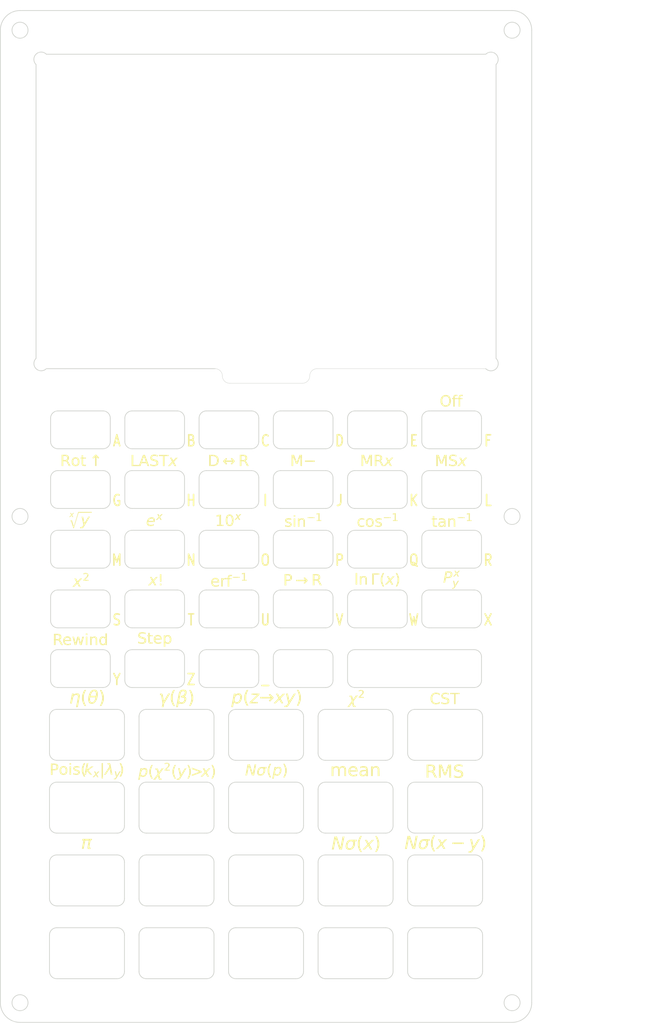
<source format=kicad_pcb>
(kicad_pcb (version 20241229) (generator "pcbnew") (generator_version "9.0")
  (layers (0 "F.Cu" signal) (2 "B.Cu" signal) (13 "F.Paste" user) (15 "B.Paste" user) (5 "F.SilkS" user "F.Silkscreen") (7 "B.SilkS" user "B.Silkscreen") (1 "F.Mask" user) (3 "B.Mask" user) (25 "Edge.Cuts" user))
  (net 0 "")
  (footprint "latex_text" (layer "F.Cu") (at 71.4 110)
    (property "Reference" "latex_text" (hide yes))
    (property "Value" "G***" (hide yes))
  )
  (footprint "latex_text" (layer "F.Cu") (at 102 93.6)
    (property "Reference" "latex_text" (hide yes))
    (property "Value" "G***" (hide yes))
  )
  (footprint "latex_text" (layer "F.Cu") (at 51 110)
    (property "Reference" "latex_text" (hide yes))
    (property "Value" "G***" (hide yes))
  )
  (footprint "latex_text" (layer "F.Cu") (at 91.8 101.8)
    (property "Reference" "latex_text" (hide yes))
    (property "Value" "G***" (hide yes))
  )
  (footprint "latex_text" (layer "F.Cu") (at 101.1 144.5)
    (property "Reference" "latex_text" (hide yes))
    (property "Value" "G***" (hide yes))
  )
  (footprint "latex_text" (layer "F.Cu") (at 101.1 134.5)
    (property "Reference" "latex_text" (hide yes))
    (property "Value" "G***" (hide yes))
  )
  (footprint "latex_text" (layer "F.Cu") (at 76.5 144.5)
    (property "Reference" "latex_text" (hide yes))
    (property "Value" "G***" (hide yes))
  )
  (footprint "latex_text" (layer "F.Cu") (at 102 110)
    (property "Reference" "latex_text" (hide yes))
    (property "Value" "G***" (hide yes))
  )
  (footprint "latex_text" (layer "F.Cu") (at 51 126.4)
    (property "Reference" "latex_text" (hide yes))
    (property "Value" "G***" (hide yes))
  )
  (footprint "latex_text" (layer "F.Cu") (at 51.9 154.5)
    (property "Reference" "latex_text" (hide yes))
    (property "Value" "G***" (hide yes))
  )
  (footprint "latex_text" (layer "F.Cu") (at 81.6 110)
    (property "Reference" "latex_text" (hide yes))
    (property "Value" "G***" (hide yes))
  )
  (footprint "latex_text" (layer "F.Cu") (at 102 101.8)
    (property "Reference" "latex_text" (hide yes))
    (property "Value" "G***" (hide yes))
  )
  (footprint "latex_text" (layer "F.Cu") (at 51 118.2)
    (property "Reference" "latex_text" (hide yes))
    (property "Value" "G***" (hide yes))
  )
  (footprint "latex_text" (layer "F.Cu") (at 101.1 154.5)
    (property "Reference" "latex_text" (hide yes))
    (property "Value" "G***" (hide yes))
  )
  (footprint "latex_text" (layer "F.Cu") (at 102 118.2)
    (property "Reference" "latex_text" (hide yes))
    (property "Value" "G***" (hide yes))
  )
  (footprint "latex_text" (layer "F.Cu") (at 81.6 118.2)
    (property "Reference" "latex_text" (hide yes))
    (property "Value" "G***" (hide yes))
  )
  (footprint "latex_text" (layer "F.Cu") (at 64.2 134.5)
    (property "Reference" "latex_text" (hide yes))
    (property "Value" "G***" (hide yes))
  )
  (footprint "latex_text" (layer "F.Cu") (at 51 101.8)
    (property "Reference" "latex_text" (hide yes))
    (property "Value" "G***" (hide yes))
  )
  (footprint "latex_text" (layer "F.Cu") (at 91.8 118.2)
    (property "Reference" "latex_text" (hide yes))
    (property "Value" "G***" (hide yes))
  )
  (footprint "latex_text" (layer "F.Cu") (at 61.2 118.2)
    (property "Reference" "latex_text" (hide yes))
    (property "Value" "G***" (hide yes))
  )
  (footprint "latex_text" (layer "F.Cu") (at 71.4 118.2)
    (property "Reference" "latex_text" (hide yes))
    (property "Value" "G***" (hide yes))
  )
  (footprint "latex_text" (layer "F.Cu") (at 51.9 134.5)
    (property "Reference" "latex_text" (hide yes))
    (property "Value" "G***" (hide yes))
  )
  (footprint "latex_text" (layer "F.Cu") (at 61.2 126.4)
    (property "Reference" "latex_text" (hide yes))
    (property "Value" "G***" (hide yes))
  )
  (footprint "latex_text" (layer "F.Cu") (at 88.8 154.5)
    (property "Reference" "latex_text" (hide yes))
    (property "Value" "G***" (hide yes))
  )
  (footprint "latex_text" (layer "F.Cu") (at 64.2 144.5)
    (property "Reference" "latex_text" (hide yes))
    (property "Value" "G***" (hide yes))
  )
  (footprint "latex_text" (layer "F.Cu") (at 76.5 134.5)
    (property "Reference" "latex_text" (hide yes))
    (property "Value" "G***" (hide yes))
  )
  (footprint "latex_text" (layer "F.Cu") (at 51.9 144.5)
    (property "Reference" "latex_text" (hide yes))
    (property "Value" "G***" (hide yes))
  )
  (footprint "latex_text" (layer "F.Cu") (at 71.4 101.8)
    (property "Reference" "latex_text" (hide yes))
    (property "Value" "G***" (hide yes))
  )
  (footprint "latex_text" (layer "F.Cu") (at 88.8 134.5)
    (property "Reference" "latex_text" (hide yes))
    (property "Value" "G***" (hide yes))
  )
  (footprint "latex_text" (layer "F.Cu") (at 61.2 110)
    (property "Reference" "latex_text" (hide yes))
    (property "Value" "G***" (hide yes))
  )
  (footprint "latex_text" (layer "F.Cu") (at 81.6 101.8)
    (property "Reference" "latex_text" (hide yes))
    (property "Value" "G***" (hide yes))
  )
  (footprint "latex_text" (layer "F.Cu") (at 91.8 110)
    (property "Reference" "latex_text" (hide yes))
    (property "Value" "G***" (hide yes))
  )
  (footprint "latex_text" (layer "F.Cu") (at 61.2 101.8)
    (property "Reference" "latex_text" (hide yes))
    (property "Value" "G***" (hide yes))
  )
  (footprint "latex_text" (layer "F.Cu") (at 88.8 144.5)
    (property "Reference" "latex_text" (hide yes))
    (property "Value" "G***" (hide yes))
  )
  (gr_arc (start 105.1 127.8) (mid 105.807107 128.092893) (end 106.1 128.8) (stroke (width 0.1)) (layer "Edge.Cuts"))
  (gr_line (start 106.25 157) (end 106.25 162) (stroke (width 0.1)) (layer "Edge.Cuts"))
  (gr_line (start 106.25 167) (end 106.25 172) (stroke (width 0.1)) (layer "Edge.Cuts"))
  (gr_line (start 58.100001 95) (end 64.299999 95) (stroke (width 0.1)) (layer "Edge.Cuts"))
  (gr_line (start 60.05 136) (end 68.35 136) (stroke (width 0.1)) (layer "Edge.Cuts"))
  (gr_line (start 105.099999 116.6) (end 98.900001 116.6) (stroke (width 0.1)) (layer "Edge.Cuts"))
  (gr_line (start 78.500001 119.6) (end 84.699999 119.6) (stroke (width 0.1)) (layer "Edge.Cuts"))
  (gr_arc (start 106.25 142) (mid 105.957107 142.707107) (end 105.25 143) (stroke (width 0.1)) (layer "Edge.Cuts"))
  (gr_arc (start 82.5 90.2) (mid 82.792893 89.492893) (end 83.5 89.2) (stroke (width 0.05)) (layer "Edge.Cuts"))
  (gr_line (start 68.300001 119.6) (end 74.499999 119.6) (stroke (width 0.1)) (layer "Edge.Cuts"))
  (gr_line (start 97.900001 99.2) (end 97.900001 96) (stroke (width 0.1)) (layer "Edge.Cuts"))
  (gr_line (start 47.900001 103.2) (end 54.099999 103.2) (stroke (width 0.1)) (layer "Edge.Cuts"))
  (gr_arc (start 59.05 157) (mid 59.342893 156.292893) (end 60.05 156) (stroke (width 0.1)) (layer "Edge.Cuts"))
  (gr_line (start 47.900001 119.6) (end 54.099999 119.6) (stroke (width 0.1)) (layer "Edge.Cuts"))
  (gr_arc (start 78.500001 124.8) (mid 77.792894 124.507107) (end 77.500001 123.8) (stroke (width 0.1)) (layer "Edge.Cuts"))
  (gr_line (start 75.499999 96) (end 75.499999 99.2) (stroke (width 0.1)) (layer "Edge.Cuts"))
  (gr_line (start 75.499999 128.8) (end 75.499999 132) (stroke (width 0.1)) (layer "Edge.Cuts"))
  (gr_arc (start 67.300001 112.4) (mid 67.592894 111.692893) (end 68.300001 111.4) (stroke (width 0.1)) (layer "Edge.Cuts"))
  (gr_arc (start 94.899999 111.4) (mid 95.607106 111.692893) (end 95.899999 112.4) (stroke (width 0.1)) (layer "Edge.Cuts"))
  (gr_line (start 87.7 132) (end 87.7 128.8) (stroke (width 0.1)) (layer "Edge.Cuts"))
  (gr_arc (start 78.500001 133) (mid 77.792894 132.707107) (end 77.500001 132) (stroke (width 0.1)) (layer "Edge.Cuts"))
  (gr_circle (center 42.7 109.5) (end 42.7 110.6) (stroke (width 0.1)) (fill no) (layer "Edge.Cuts"))
  (gr_arc (start 83.65 147) (mid 83.942893 146.292893) (end 84.65 146) (stroke (width 0.1)) (layer "Edge.Cuts"))
  (gr_line (start 85.699999 96) (end 85.699999 99.2) (stroke (width 0.1)) (layer "Edge.Cuts"))
  (gr_arc (start 59.05 147) (mid 59.342893 146.292893) (end 60.05 146) (stroke (width 0.1)) (layer "Edge.Cuts"))
  (gr_arc (start 84.65 163) (mid 83.942893 162.707107) (end 83.65 162) (stroke (width 0.1)) (layer "Edge.Cuts"))
  (gr_line (start 78.500001 103.2) (end 84.699999 103.2) (stroke (width 0.1)) (layer "Edge.Cuts"))
  (gr_line (start 55.099999 120.6) (end 55.099999 123.8) (stroke (width 0.1)) (layer "Edge.Cuts"))
  (gr_line (start 92.95 173) (end 84.65 173) (stroke (width 0.1)) (layer "Edge.Cuts"))
  (gr_arc (start 65.299999 115.6) (mid 65.007106 116.307107) (end 64.299999 116.6) (stroke (width 0.1)) (layer "Edge.Cuts"))
  (gr_arc (start 67.300001 128.8) (mid 67.592894 128.092893) (end 68.300001 127.8) (stroke (width 0.1)) (layer "Edge.Cuts"))
  (gr_arc (start 97.900001 120.6) (mid 98.192894 119.892893) (end 98.900001 119.6) (stroke (width 0.1)) (layer "Edge.Cuts"))
  (gr_arc (start 97.900001 96) (mid 98.192894 95.292893) (end 98.900001 95) (stroke (width 0.1)) (layer "Edge.Cuts"))
  (gr_arc (start 64.299999 111.4) (mid 65.007106 111.692893) (end 65.299999 112.4) (stroke (width 0.1)) (layer "Edge.Cuts"))
  (gr_arc (start 68.35 146) (mid 69.057107 146.292893) (end 69.35 147) (stroke (width 0.1)) (layer "Edge.Cuts"))
  (gr_arc (start 74.499999 103.2) (mid 75.207106 103.492893) (end 75.499999 104.2) (stroke (width 0.1)) (layer "Edge.Cuts"))
  (gr_arc (start 64.299999 103.2) (mid 65.007106 103.492893) (end 65.299999 104.2) (stroke (width 0.1)) (layer "Edge.Cuts"))
  (gr_arc (start 58.100001 100.2) (mid 57.392894 99.907107) (end 57.100001 99.2) (stroke (width 0.1)) (layer "Edge.Cuts"))
  (gr_arc (start 65.299999 107.4) (mid 65.007106 108.107107) (end 64.299999 108.4) (stroke (width 0.1)) (layer "Edge.Cuts"))
  (gr_arc (start 93.95 152) (mid 93.657107 152.707107) (end 92.95 153) (stroke (width 0.1)) (layer "Edge.Cuts"))
  (gr_line (start 74.499999 116.6) (end 68.300001 116.6) (stroke (width 0.1)) (layer "Edge.Cuts"))
  (gr_arc (start 96.95 143) (mid 96.242893 142.707107) (end 95.95 142) (stroke (width 0.1)) (layer "Edge.Cuts"))
  (gr_arc (start 95.95 167) (mid 96.242893 166.292893) (end 96.95 166) (stroke (width 0.1)) (layer "Edge.Cuts"))
  (gr_line (start 84.65 156) (end 92.95 156) (stroke (width 0.1)) (layer "Edge.Cuts"))
  (gr_arc (start 55.099999 115.6) (mid 54.807106 116.307107) (end 54.099999 116.6) (stroke (width 0.1)) (layer "Edge.Cuts"))
  (gr_arc (start 96.95 173) (mid 96.242893 172.707107) (end 95.95 172) (stroke (width 0.1)) (layer "Edge.Cuts"))
  (gr_line (start 57.05 157) (end 57.05 162) (stroke (width 0.1)) (layer "Edge.Cuts"))
  (gr_arc (start 60.05 173) (mid 59.342893 172.707107) (end 59.05 172) (stroke (width 0.1)) (layer "Edge.Cuts"))
  (gr_line (start 95.899999 104.2) (end 95.899999 107.4) (stroke (width 0.1)) (layer "Edge.Cuts"))
  (gr_arc (start 55.099999 99.2) (mid 54.807106 99.907107) (end 54.099999 100.2) (stroke (width 0.1)) (layer "Edge.Cuts"))
  (gr_line (start 106.099999 112.4) (end 106.099999 115.6) (stroke (width 0.1)) (layer "Edge.Cuts"))
  (gr_line (start 74.499999 108.4) (end 68.300001 108.4) (stroke (width 0.1)) (layer "Edge.Cuts"))
  (gr_line (start 54.099999 133) (end 47.900001 133) (stroke (width 0.1)) (layer "Edge.Cuts"))
  (gr_arc (start 78.500001 116.6) (mid 77.792894 116.307107) (end 77.500001 115.6) (stroke (width 0.1)) (layer "Edge.Cuts"))
  (gr_arc (start 57.100001 128.8) (mid 57.392894 128.092893) (end 58.100001 127.8) (stroke (width 0.1)) (layer "Edge.Cuts"))
  (gr_line (start 106.1 128.8) (end 106.1 132) (stroke (width 0.1)) (layer "Edge.Cuts"))
  (gr_line (start 58.100001 127.8) (end 64.299999 127.8) (stroke (width 0.1)) (layer "Edge.Cuts"))
  (gr_line (start 113 42.7) (end 113 176.3) (stroke (width 0.1)) (layer "Edge.Cuts"))
  (gr_line (start 84.699999 100.2) (end 78.500001 100.2) (stroke (width 0.1)) (layer "Edge.Cuts"))
  (gr_line (start 78.500001 111.4) (end 84.699999 111.4) (stroke (width 0.1)) (layer "Edge.Cuts"))
  (gr_arc (start 92.95 146) (mid 93.657107 146.292893) (end 93.95 147) (stroke (width 0.1)) (layer "Edge.Cuts"))
  (gr_line (start 54.099999 108.4) (end 47.900001 108.4) (stroke (width 0.1)) (layer "Edge.Cuts"))
  (gr_line (start 105.25 143) (end 96.95 143) (stroke (width 0.1)) (layer "Edge.Cuts"))
  (gr_arc (start 69.35 162) (mid 69.057107 162.707107) (end 68.35 163) (stroke (width 0.1)) (layer "Edge.Cuts"))
  (gr_arc (start 75.499999 132) (mid 75.207106 132.707107) (end 74.499999 133) (stroke (width 0.1)) (layer "Edge.Cuts"))
  (gr_arc (start 54.099999 111.4) (mid 54.807106 111.692893) (end 55.099999 112.4) (stroke (width 0.1)) (layer "Edge.Cuts"))
  (gr_line (start 59.05 172) (end 59.05 167) (stroke (width 0.1)) (layer "Edge.Cuts"))
  (gr_arc (start 81.65 172) (mid 81.357107 172.707107) (end 80.65 173) (stroke (width 0.1)) (layer "Edge.Cuts"))
  (gr_arc (start 84.65 143) (mid 83.942893 142.707107) (end 83.65 142) (stroke (width 0.1)) (layer "Edge.Cuts"))
  (gr_line (start 94.899999 124.8) (end 88.700001 124.8) (stroke (width 0.1)) (layer "Edge.Cuts"))
  (gr_line (start 72.35 156) (end 80.65 156) (stroke (width 0.1)) (layer "Edge.Cuts"))
  (gr_arc (start 46.900001 96) (mid 47.192894 95.292893) (end 47.900001 95) (stroke (width 0.1)) (layer "Edge.Cuts"))
  (gr_line (start 95.899999 96) (end 95.899999 99.2) (stroke (width 0.1)) (layer "Edge.Cuts"))
  (gr_arc (start 84.699999 119.6) (mid 85.407106 119.892893) (end 85.699999 120.6) (stroke (width 0.1)) (layer "Edge.Cuts"))
  (gr_line (start 68.35 143) (end 60.05 143) (stroke (width 0.1)) (layer "Edge.Cuts"))
  (gr_line (start 106.099999 104.2) (end 106.099999 107.4) (stroke (width 0.1)) (layer "Edge.Cuts"))
  (gr_line (start 69.5 89.2) (end 46.314212 89.2) (stroke (width 0.1)) (layer "Edge.Cuts"))
  (gr_line (start 47.900001 95) (end 54.099999 95) (stroke (width 0.1)) (layer "Edge.Cuts"))
  (gr_arc (start 83.65 167) (mid 83.942893 166.292893) (end 84.65 166) (stroke (width 0.1)) (layer "Edge.Cuts"))
  (gr_line (start 105.099999 124.8) (end 98.900001 124.8) (stroke (width 0.1)) (layer "Edge.Cuts"))
  (gr_line (start 85.699999 104.2) (end 85.699999 107.4) (stroke (width 0.1)) (layer "Edge.Cuts"))
  (gr_line (start 106.099999 96) (end 106.099999 99.2) (stroke (width 0.1)) (layer "Edge.Cuts"))
  (gr_line (start 68.300001 111.4) (end 74.499999 111.4) (stroke (width 0.1)) (layer "Edge.Cuts"))
  (gr_arc (start 58.100001 116.6) (mid 57.392894 116.307107) (end 57.100001 115.6) (stroke (width 0.1)) (layer "Edge.Cuts"))
  (gr_arc (start 65.299999 132) (mid 65.007106 132.707107) (end 64.299999 133) (stroke (width 0.1)) (layer "Edge.Cuts"))
  (gr_arc (start 77.500001 120.6) (mid 77.792894 119.892893) (end 78.500001 119.6) (stroke (width 0.1)) (layer "Edge.Cuts"))
  (gr_line (start 80.65 153) (end 72.35 153) (stroke (width 0.1)) (layer "Edge.Cuts"))
  (gr_circle (center 110.3 176.3) (end 110.3 177.4) (stroke (width 0.1)) (fill no) (layer "Edge.Cuts"))
  (gr_arc (start 96.95 163) (mid 96.242893 162.707107) (end 95.95 162) (stroke (width 0.1)) (layer "Edge.Cuts"))
  (gr_line (start 97.900001 123.8) (end 97.900001 120.6) (stroke (width 0.1)) (layer "Edge.Cuts"))
  (gr_arc (start 88.700001 124.8) (mid 87.992894 124.507107) (end 87.700001 123.8) (stroke (width 0.1)) (layer "Edge.Cuts"))
  (gr_arc (start 105.099999 111.4) (mid 105.807106 111.692893) (end 106.099999 112.4) (stroke (width 0.1)) (layer "Edge.Cuts"))
  (gr_line (start 71.35 162) (end 71.35 157) (stroke (width 0.1)) (layer "Edge.Cuts"))
  (gr_line (start 84.65 136) (end 92.95 136) (stroke (width 0.1)) (layer "Edge.Cuts"))
  (gr_line (start 64.299999 133) (end 58.100001 133) (stroke (width 0.1)) (layer "Edge.Cuts"))
  (gr_line (start 93.95 157) (end 93.95 162) (stroke (width 0.1)) (layer "Edge.Cuts"))
  (gr_arc (start 46.75 157) (mid 47.042893 156.292893) (end 47.75 156) (stroke (width 0.1)) (layer "Edge.Cuts"))
  (gr_line (start 64.299999 116.6) (end 58.100001 116.6) (stroke (width 0.1)) (layer "Edge.Cuts"))
  (gr_line (start 83.65 162) (end 83.65 157) (stroke (width 0.1)) (layer "Edge.Cuts"))
  (gr_arc (start 59.05 167) (mid 59.342893 166.292893) (end 60.05 166) (stroke (width 0.1)) (layer "Edge.Cuts"))
  (gr_arc (start 84.699999 95) (mid 85.407106 95.292893) (end 85.699999 96) (stroke (width 0.1)) (layer "Edge.Cuts"))
  (gr_line (start 80.65 173) (end 72.35 173) (stroke (width 0.1)) (layer "Edge.Cuts"))
  (gr_arc (start 87.7 128.8) (mid 87.992893 128.092893) (end 88.7 127.8) (stroke (width 0.1)) (layer "Edge.Cuts"))
  (gr_arc (start 57.05 162) (mid 56.757107 162.707107) (end 56.05 163) (stroke (width 0.1)) (layer "Edge.Cuts"))
  (gr_arc (start 98.900001 124.8) (mid 98.192894 124.507107) (end 97.900001 123.8) (stroke (width 0.1)) (layer "Edge.Cuts"))
  (gr_line (start 75.499999 120.6) (end 75.499999 123.8) (stroke (width 0.1)) (layer "Edge.Cuts"))
  (gr_line (start 88.7 127.8) (end 105.1 127.8) (stroke (width 0.1)) (layer "Edge.Cuts"))
  (gr_arc (start 75.499999 115.6) (mid 75.207106 116.307107) (end 74.499999 116.6) (stroke (width 0.1)) (layer "Edge.Cuts"))
  (gr_circle (center 110.3 42.7) (end 110.3 43.8) (stroke (width 0.1)) (fill no) (layer "Edge.Cuts"))
  (gr_arc (start 88.7 133) (mid 87.992893 132.707107) (end 87.7 132) (stroke (width 0.1)) (layer "Edge.Cuts"))
  (gr_line (start 57.05 167) (end 57.05 172) (stroke (width 0.1)) (layer "Edge.Cuts"))
  (gr_arc (start 46.900001 104.2) (mid 47.192894 103.492893) (end 47.900001 103.2) (stroke (width 0.1)) (layer "Edge.Cuts"))
  (gr_arc (start 105.099999 95) (mid 105.807106 95.292893) (end 106.099999 96) (stroke (width 0.1)) (layer "Edge.Cuts"))
  (gr_arc (start 88.700001 108.4) (mid 87.992894 108.107107) (end 87.700001 107.4) (stroke (width 0.1)) (layer "Edge.Cuts"))
  (gr_arc (start 72.35 143) (mid 71.642893 142.707107) (end 71.35 142) (stroke (width 0.1)) (layer "Edge.Cuts"))
  (gr_line (start 46.75 172) (end 46.75 167) (stroke (width 0.1)) (layer "Edge.Cuts"))
  (gr_arc (start 55.099999 123.8) (mid 54.807106 124.507107) (end 54.099999 124.8) (stroke (width 0.1)) (layer "Edge.Cuts"))
  (gr_arc (start 108.1 87.785787) (mid 108.100001 89.2) (end 106.685788 89.200001) (stroke (width 0.1)) (layer "Edge.Cuts"))
  (gr_line (start 42.7 40) (end 110.3 40) (stroke (width 0.1)) (layer "Edge.Cuts"))
  (gr_arc (start 58.100001 124.8) (mid 57.392894 124.507107) (end 57.100001 123.8) (stroke (width 0.1)) (layer "Edge.Cuts"))
  (gr_line (start 105.25 173) (end 96.95 173) (stroke (width 0.1)) (layer "Edge.Cuts"))
  (gr_arc (start 69.35 172) (mid 69.057107 172.707107) (end 68.35 173) (stroke (width 0.1)) (layer "Edge.Cuts"))
  (gr_line (start 55.099999 112.4) (end 55.099999 115.6) (stroke (width 0.1)) (layer "Edge.Cuts"))
  (gr_arc (start 74.499999 127.8) (mid 75.207106 128.092893) (end 75.499999 128.8) (stroke (width 0.1)) (layer "Edge.Cuts"))
  (gr_arc (start 85.699999 132) (mid 85.407106 132.707107) (end 84.699999 133) (stroke (width 0.1)) (layer "Edge.Cuts"))
  (gr_line (start 96.95 166) (end 105.25 166) (stroke (width 0.1)) (layer "Edge.Cuts"))
  (gr_arc (start 105.099999 103.2) (mid 105.807106 103.492893) (end 106.099999 104.2) (stroke (width 0.1)) (layer "Edge.Cuts"))
  (gr_arc (start 42.7 179) (mid 40.790812 178.209188) (end 40 176.3) (stroke (width 0.1)) (layer "Edge.Cuts"))
  (gr_line (start 81.65 167) (end 81.65 172) (stroke (width 0.1)) (layer "Edge.Cuts"))
  (gr_arc (start 46.75 137) (mid 47.042893 136.292893) (end 47.75 136) (stroke (width 0.1)) (layer "Edge.Cuts"))
  (gr_line (start 78.500001 95) (end 84.699999 95) (stroke (width 0.1)) (layer "Edge.Cuts"))
  (gr_line (start 74.499999 124.8) (end 68.300001 124.8) (stroke (width 0.1)) (layer "Edge.Cuts"))
  (gr_line (start 64.299999 100.2) (end 58.100001 100.2) (stroke (width 0.1)) (layer "Edge.Cuts"))
  (gr_arc (start 64.299999 95) (mid 65.007106 95.292893) (end 65.299999 96) (stroke (width 0.1)) (layer "Edge.Cuts"))
  (gr_line (start 93.95 167) (end 93.95 172) (stroke (width 0.1)) (layer "Edge.Cuts"))
  (gr_line (start 67.300001 99.2) (end 67.300001 96) (stroke (width 0.1)) (layer "Edge.Cuts"))
  (gr_line (start 110.3 179) (end 42.7 179) (stroke (width 0.1)) (layer "Edge.Cuts"))
  (gr_line (start 87.700001 123.8) (end 87.700001 120.6) (stroke (width 0.1)) (layer "Edge.Cuts"))
  (gr_line (start 83.65 152) (end 83.65 147) (stroke (width 0.1)) (layer "Edge.Cuts"))
  (gr_line (start 46.900001 123.8) (end 46.900001 120.6) (stroke (width 0.1)) (layer "Edge.Cuts"))
  (gr_line (start 46.900001 132) (end 46.900001 128.8) (stroke (width 0.1)) (layer "Edge.Cuts"))
  (gr_line (start 88.700001 95) (end 94.899999 95) (stroke (width 0.1)) (layer "Edge.Cuts"))
  (gr_arc (start 84.65 153) (mid 83.942893 152.707107) (end 83.65 152) (stroke (width 0.1)) (layer "Edge.Cuts"))
  (gr_arc (start 47.75 163) (mid 47.042893 162.707107) (end 46.75 162) (stroke (width 0.1)) (layer "Edge.Cuts"))
  (gr_arc (start 77.500001 112.4) (mid 77.792894 111.692893) (end 78.500001 111.4) (stroke (width 0.1)) (layer "Edge.Cuts"))
  (gr_line (start 84.699999 116.6) (end 78.500001 116.6) (stroke (width 0.1)) (layer "Edge.Cuts"))
  (gr_arc (start 92.95 156) (mid 93.657107 156.292893) (end 93.95 157) (stroke (width 0.1)) (layer "Edge.Cuts"))
  (gr_line (start 85.699999 120.6) (end 85.699999 123.8) (stroke (width 0.1)) (layer "Edge.Cuts"))
  (gr_line (start 93.95 147) (end 93.95 152) (stroke (width 0.1)) (layer "Edge.Cuts"))
  (gr_line (start 69.35 167) (end 69.35 172) (stroke (width 0.1)) (layer "Edge.Cuts"))
  (gr_line (start 58.100001 119.6) (end 64.299999 119.6) (stroke (width 0.1)) (layer "Edge.Cuts"))
  (gr_arc (start 81.65 162) (mid 81.357107 162.707107) (end 80.65 163) (stroke (width 0.1)) (layer "Edge.Cuts"))
  (gr_arc (start 98.900001 100.2) (mid 98.192894 99.907107) (end 97.900001 99.2) (stroke (width 0.1)) (layer "Edge.Cuts"))
  (gr_line (start 59.05 162) (end 59.05 157) (stroke (width 0.1)) (layer "Edge.Cuts"))
  (gr_arc (start 47.900001 100.2) (mid 47.192894 99.907107) (end 46.900001 99.2) (stroke (width 0.1)) (layer "Edge.Cuts"))
  (gr_line (start 74.499999 133) (end 68.300001 133) (stroke (width 0.1)) (layer "Edge.Cuts"))
  (gr_line (start 98.900001 103.2) (end 105.099999 103.2) (stroke (width 0.1)) (layer "Edge.Cuts"))
  (gr_line (start 47.75 136) (end 56.05 136) (stroke (width 0.1)) (layer "Edge.Cuts"))
  (gr_arc (start 77.500001 104.2) (mid 77.792894 103.492893) (end 78.500001 103.2) (stroke (width 0.1)) (layer "Edge.Cuts"))
  (gr_arc (start 92.95 166) (mid 93.657107 166.292893) (end 93.95 167) (stroke (width 0.1)) (layer "Edge.Cuts"))
  (gr_line (start 68.35 173) (end 60.05 173) (stroke (width 0.1)) (layer "Edge.Cuts"))
  (gr_arc (start 93.95 172) (mid 93.657107 172.707107) (end 92.95 173) (stroke (width 0.1)) (layer "Edge.Cuts"))
  (gr_arc (start 74.499999 95) (mid 75.207106 95.292893) (end 75.499999 96) (stroke (width 0.1)) (layer "Edge.Cuts"))
  (gr_arc (start 47.900001 116.6) (mid 47.192894 116.307107) (end 46.900001 115.6) (stroke (width 0.1)) (layer "Edge.Cuts"))
  (gr_arc (start 77.500001 128.8) (mid 77.792894 128.092893) (end 78.500001 127.8) (stroke (width 0.1)) (layer "Edge.Cuts"))
  (gr_arc (start 68.300001 108.4) (mid 67.592894 108.107107) (end 67.300001 107.4) (stroke (width 0.1)) (layer "Edge.Cuts"))
  (gr_arc (start 71.35 147) (mid 71.642893 146.292893) (end 72.35 146) (stroke (width 0.1)) (layer "Edge.Cuts"))
  (gr_arc (start 113 176.3) (mid 112.209188 178.209188) (end 110.3 179) (stroke (width 0.1)) (layer "Edge.Cuts"))
  (gr_arc (start 85.699999 115.6) (mid 85.407106 116.307107) (end 84.699999 116.6) (stroke (width 0.1)) (layer "Edge.Cuts"))
  (gr_line (start 44.9 87.785788) (end 44.9 47.414212) (stroke (width 0.1)) (layer "Edge.Cuts"))
  (gr_line (start 98.900001 119.6) (end 105.099999 119.6) (stroke (width 0.1)) (layer "Edge.Cuts"))
  (gr_arc (start 84.699999 103.2) (mid 85.407106 103.492893) (end 85.699999 104.2) (stroke (width 0.1)) (layer "Edge.Cuts"))
  (gr_arc (start 47.75 143) (mid 47.042893 142.707107) (end 46.75 142) (stroke (width 0.1)) (layer "Edge.Cuts"))
  (gr_line (start 72.35 166) (end 80.65 166) (stroke (width 0.1)) (layer "Edge.Cuts"))
  (gr_arc (start 68.300001 100.2) (mid 67.592894 99.907107) (end 67.300001 99.2) (stroke (width 0.1)) (layer "Edge.Cuts"))
  (gr_line (start 87.700001 107.4) (end 87.700001 104.2) (stroke (width 0.1)) (layer "Edge.Cuts"))
  (gr_line (start 81.65 147) (end 81.65 152) (stroke (width 0.1)) (layer "Edge.Cuts"))
  (gr_line (start 94.899999 108.4) (end 88.700001 108.4) (stroke (width 0.1)) (layer "Edge.Cuts"))
  (gr_arc (start 69.35 152) (mid 69.057107 152.707107) (end 68.35 153) (stroke (width 0.1)) (layer "Edge.Cuts"))
  (gr_arc (start 65.299999 99.2) (mid 65.007106 99.907107) (end 64.299999 100.2) (stroke (width 0.1)) (layer "Edge.Cuts"))
  (gr_arc (start 58.100001 133) (mid 57.392894 132.707107) (end 57.100001 132) (stroke (width 0.1)) (layer "Edge.Cuts"))
  (gr_line (start 95.95 142) (end 95.95 137) (stroke (width 0.1)) (layer "Edge.Cuts"))
  (gr_arc (start 106.1 132) (mid 105.807107 132.707107) (end 105.1 133) (stroke (width 0.1)) (layer "Edge.Cuts"))
  (gr_arc (start 46.75 147) (mid 47.042893 146.292893) (end 47.75 146) (stroke (width 0.1)) (layer "Edge.Cuts"))
  (gr_arc (start 72.35 163) (mid 71.642893 162.707107) (end 71.35 162) (stroke (width 0.1)) (layer "Edge.Cuts"))
  (gr_arc (start 88.700001 100.2) (mid 87.992894 99.907107) (end 87.700001 99.2) (stroke (width 0.1)) (layer "Edge.Cuts"))
  (gr_line (start 72.35 146) (end 80.65 146) (stroke (width 0.1)) (layer "Edge.Cuts"))
  (gr_arc (start 47.75 153) (mid 47.042893 152.707107) (end 46.75 152) (stroke (width 0.1)) (layer "Edge.Cuts"))
  (gr_line (start 68.35 153) (end 60.05 153) (stroke (width 0.1)) (layer "Edge.Cuts"))
  (gr_arc (start 56.05 146) (mid 56.757107 146.292893) (end 57.05 147) (stroke (width 0.1)) (layer "Edge.Cuts"))
  (gr_arc (start 106.685787 45.999999) (mid 108.100001 45.999999) (end 108.100001 47.414213) (stroke (width 0.1)) (layer "Edge.Cuts"))
  (gr_arc (start 95.899999 99.2) (mid 95.607106 99.907107) (end 94.899999 100.2) (stroke (width 0.1)) (layer "Edge.Cuts"))
  (gr_arc (start 85.699999 107.4) (mid 85.407106 108.107107) (end 84.699999 108.4) (stroke (width 0.1)) (layer "Edge.Cuts"))
  (gr_line (start 71.35 172) (end 71.35 167) (stroke (width 0.1)) (layer "Edge.Cuts"))
  (gr_line (start 105.25 163) (end 96.95 163) (stroke (width 0.1)) (layer "Edge.Cuts"))
  (gr_arc (start 81.65 152) (mid 81.357107 152.707107) (end 80.65 153) (stroke (width 0.1)) (layer "Edge.Cuts"))
  (gr_arc (start 67.300001 120.6) (mid 67.592894 119.892893) (end 68.300001 119.6) (stroke (width 0.1)) (layer "Edge.Cuts"))
  (gr_line (start 57.05 147) (end 57.05 152) (stroke (width 0.1)) (layer "Edge.Cuts"))
  (gr_arc (start 40 42.7) (mid 40.790812 40.790812) (end 42.7 40) (stroke (width 0.1)) (layer "Edge.Cuts"))
  (gr_arc (start 68.300001 116.6) (mid 67.592894 116.307107) (end 67.300001 115.6) (stroke (width 0.1)) (layer "Edge.Cuts"))
  (gr_arc (start 83.65 137) (mid 83.942893 136.292893) (end 84.65 136) (stroke (width 0.1)) (layer "Edge.Cuts"))
  (gr_arc (start 106.099999 115.6) (mid 105.807106 116.307107) (end 105.099999 116.6) (stroke (width 0.1)) (layer "Edge.Cuts"))
  (gr_line (start 87.700001 99.2) (end 87.700001 96) (stroke (width 0.1)) (layer "Edge.Cuts"))
  (gr_arc (start 106.099999 107.4) (mid 105.807106 108.107107) (end 105.099999 108.4) (stroke (width 0.1)) (layer "Edge.Cuts"))
  (gr_line (start 93.95 137) (end 93.95 142) (stroke (width 0.1)) (layer "Edge.Cuts"))
  (gr_arc (start 46.314212 89.2) (mid 44.9 89.2) (end 44.9 87.785788) (stroke (width 0.1)) (layer "Edge.Cuts"))
  (gr_line (start 46.900001 99.2) (end 46.900001 96) (stroke (width 0.1)) (layer "Edge.Cuts"))
  (gr_arc (start 95.899999 115.6) (mid 95.607106 116.307107) (end 94.899999 116.6) (stroke (width 0.1)) (layer "Edge.Cuts"))
  (gr_line (start 85.699999 128.8) (end 85.699999 132) (stroke (width 0.1)) (layer "Edge.Cuts"))
  (gr_arc (start 105.25 146) (mid 105.957107 146.292893) (end 106.25 147) (stroke (width 0.1)) (layer "Edge.Cuts"))
  (gr_arc (start 83.65 157) (mid 83.942893 156.292893) (end 84.65 156) (stroke (width 0.1)) (layer "Edge.Cuts"))
  (gr_line (start 106.099999 120.6) (end 106.099999 123.8) (stroke (width 0.1)) (layer "Edge.Cuts"))
  (gr_line (start 65.299999 128.8) (end 65.299999 132) (stroke (width 0.1)) (layer "Edge.Cuts"))
  (gr_arc (start 54.099999 103.2) (mid 54.807106 103.492893) (end 55.099999 104.2) (stroke (width 0.1)) (layer "Edge.Cuts"))
  (gr_line (start 105.099999 108.4) (end 98.900001 108.4) (stroke (width 0.1)) (layer "Edge.Cuts"))
  (gr_line (start 64.299999 124.8) (end 58.100001 124.8) (stroke (width 0.1)) (layer "Edge.Cuts"))
  (gr_arc (start 72.35 173) (mid 71.642893 172.707107) (end 71.35 172) (stroke (width 0.1)) (layer "Edge.Cuts"))
  (gr_arc (start 47.900001 133) (mid 47.192894 132.707107) (end 46.900001 132) (stroke (width 0.1)) (layer "Edge.Cuts"))
  (gr_arc (start 84.65 173) (mid 83.942893 172.707107) (end 83.65 172) (stroke (width 0.1)) (layer "Edge.Cuts"))
  (gr_arc (start 97.900001 112.4) (mid 98.192894 111.692893) (end 98.900001 111.4) (stroke (width 0.1)) (layer "Edge.Cuts"))
  (gr_arc (start 106.25 162) (mid 105.957107 162.707107) (end 105.25 163) (stroke (width 0.1)) (layer "Edge.Cuts"))
  (gr_line (start 84.65 166) (end 92.95 166) (stroke (width 0.1)) (layer "Edge.Cuts"))
  (gr_arc (start 74.499999 111.4) (mid 75.207106 111.692893) (end 75.499999 112.4) (stroke (width 0.1)) (layer "Edge.Cuts"))
  (gr_arc (start 56.05 166) (mid 56.757107 166.292893) (end 57.05 167) (stroke (width 0.1)) (layer "Edge.Cuts"))
  (gr_line (start 80.65 163) (end 72.35 163) (stroke (width 0.1)) (layer "Edge.Cuts"))
  (gr_line (start 94.899999 116.6) (end 88.700001 116.6) (stroke (width 0.1)) (layer "Edge.Cuts"))
  (gr_line (start 77.500001 99.2) (end 77.500001 96) (stroke (width 0.1)) (layer "Edge.Cuts"))
  (gr_line (start 108.1 47.414212) (end 108.1 87.785788) (stroke (width 0.1)) (layer "Edge.Cuts"))
  (gr_line (start 55.099999 104.2) (end 55.099999 107.4) (stroke (width 0.1)) (layer "Edge.Cuts"))
  (gr_line (start 46.900001 107.4) (end 46.900001 104.2) (stroke (width 0.1)) (layer "Edge.Cuts"))
  (gr_line (start 95.899999 112.4) (end 95.899999 115.6) (stroke (width 0.1)) (layer "Edge.Cuts"))
  (gr_arc (start 80.65 166) (mid 81.357107 166.292893) (end 81.65 167) (stroke (width 0.1)) (layer "Edge.Cuts"))
  (gr_arc (start 65.299999 123.8) (mid 65.007106 124.507107) (end 64.299999 124.8) (stroke (width 0.1)) (layer "Edge.Cuts"))
  (gr_line (start 85.699999 112.4) (end 85.699999 115.6) (stroke (width 0.1)) (layer "Edge.Cuts"))
  (gr_arc (start 71.5 91.2) (mid 70.792893 90.907107) (end 70.5 90.2) (stroke (width 0.05)) (layer "Edge.Cuts"))
  (gr_line (start 96.95 136) (end 105.25 136) (stroke (width 0.1)) (layer "Edge.Cuts"))
  (gr_line (start 98.900001 111.4) (end 105.099999 111.4) (stroke (width 0.1)) (layer "Edge.Cuts"))
  (gr_arc (start 56.05 136) (mid 56.757107 136.292893) (end 57.05 137) (stroke (width 0.1)) (layer "Edge.Cuts"))
  (gr_arc (start 94.899999 95) (mid 95.607106 95.292893) (end 95.899999 96) (stroke (width 0.1)) (layer "Edge.Cuts"))
  (gr_line (start 68.300001 127.8) (end 74.499999 127.8) (stroke (width 0.1)) (layer "Edge.Cuts"))
  (gr_arc (start 68.300001 133) (mid 67.592894 132.707107) (end 67.300001 132) (stroke (width 0.1)) (layer "Edge.Cuts"))
  (gr_arc (start 44.899999 47.414212) (mid 44.9 45.999999) (end 46.314213 46) (stroke (width 0.1)) (layer "Edge.Cuts"))
  (gr_line (start 54.099999 124.8) (end 47.900001 124.8) (stroke (width 0.1)) (layer "Edge.Cuts"))
  (gr_line (start 98.900001 95) (end 105.099999 95) (stroke (width 0.1)) (layer "Edge.Cuts"))
  (gr_line (start 46.314212 46) (end 106.685788 46) (stroke (width 0.1)) (layer "Edge.Cuts"))
  (gr_line (start 88.700001 103.2) (end 94.899999 103.2) (stroke (width 0.1)) (layer "Edge.Cuts"))
  (gr_line (start 84.65 146) (end 92.95 146) (stroke (width 0.1)) (layer "Edge.Cuts"))
  (gr_line (start 68.300001 95) (end 74.499999 95) (stroke (width 0.1)) (layer "Edge.Cuts"))
  (gr_arc (start 93.95 142) (mid 93.657107 142.707107) (end 92.95 143) (stroke (width 0.1)) (layer "Edge.Cuts"))
  (gr_arc (start 54.099999 119.6) (mid 54.807106 119.892893) (end 55.099999 120.6) (stroke (width 0.1)) (layer "Edge.Cuts"))
  (gr_arc (start 60.05 163) (mid 59.342893 162.707107) (end 59.05 162) (stroke (width 0.1)) (layer "Edge.Cuts"))
  (gr_line (start 56.05 173) (end 47.75 173) (stroke (width 0.1)) (layer "Edge.Cuts"))
  (gr_line (start 97.900001 107.4) (end 97.900001 104.2) (stroke (width 0.1)) (layer "Edge.Cuts"))
  (gr_arc (start 59.05 137) (mid 59.342893 136.292893) (end 60.05 136) (stroke (width 0.1)) (layer "Edge.Cuts"))
  (gr_arc (start 106.099999 123.8) (mid 105.807106 124.507107) (end 105.099999 124.8) (stroke (width 0.1)) (layer "Edge.Cuts"))
  (gr_arc (start 57.05 152) (mid 56.757107 152.707107) (end 56.05 153) (stroke (width 0.1)) (layer "Edge.Cuts"))
  (gr_arc (start 82.5 90.2) (mid 82.207107 90.907107) (end 81.5 91.2) (stroke (width 0.05)) (layer "Edge.Cuts"))
  (gr_arc (start 68.35 156) (mid 69.057107 156.292893) (end 69.35 157) (stroke (width 0.1)) (layer "Edge.Cuts"))
  (gr_line (start 57.05 137) (end 57.05 142) (stroke (width 0.1)) (layer "Edge.Cuts"))
  (gr_arc (start 105.25 166) (mid 105.957107 166.292893) (end 106.25 167) (stroke (width 0.1)) (layer "Edge.Cuts"))
  (gr_line (start 47.75 166) (end 56.05 166) (stroke (width 0.1)) (layer "Edge.Cuts"))
  (gr_arc (start 105.099999 119.6) (mid 105.807106 119.892893) (end 106.099999 120.6) (stroke (width 0.1)) (layer "Edge.Cuts"))
  (gr_line (start 77.500001 107.4) (end 77.500001 104.2) (stroke (width 0.1)) (layer "Edge.Cuts"))
  (gr_arc (start 46.900001 120.6) (mid 47.192894 119.892893) (end 47.900001 119.6) (stroke (width 0.1)) (layer "Edge.Cuts"))
  (gr_line (start 75.499999 112.4) (end 75.499999 115.6) (stroke (width 0.1)) (layer "Edge.Cuts"))
  (gr_line (start 71.5 91.2) (end 81.5 91.2) (stroke (width 0.05)) (layer "Edge.Cuts"))
  (gr_circle (center 110.3 109.5) (end 110.3 110.6) (stroke (width 0.1)) (fill no) (layer "Edge.Cuts"))
  (gr_arc (start 57.05 142) (mid 56.757107 142.707107) (end 56.05 143) (stroke (width 0.1)) (layer "Edge.Cuts"))
  (gr_line (start 60.05 156) (end 68.35 156) (stroke (width 0.1)) (layer "Edge.Cuts"))
  (gr_arc (start 105.25 136) (mid 105.957107 136.292893) (end 106.25 137) (stroke (width 0.1)) (layer "Edge.Cuts"))
  (gr_line (start 81.65 137) (end 81.65 142) (stroke (width 0.1)) (layer "Edge.Cuts"))
  (gr_line (start 47.900001 111.4) (end 54.099999 111.4) (stroke (width 0.1)) (layer "Edge.Cuts"))
  (gr_line (start 69.35 147) (end 69.35 152) (stroke (width 0.1)) (layer "Edge.Cuts"))
  (gr_circle (center 42.7 42.7) (end 42.7 43.8) (stroke (width 0.1)) (fill no) (layer "Edge.Cuts"))
  (gr_line (start 88.700001 111.4) (end 94.899999 111.4) (stroke (width 0.1)) (layer "Edge.Cuts"))
  (gr_arc (start 55.099999 132) (mid 54.807106 132.707107) (end 54.099999 133) (stroke (width 0.1)) (layer "Edge.Cuts"))
  (gr_line (start 68.35 163) (end 60.05 163) (stroke (width 0.1)) (layer "Edge.Cuts"))
  (gr_line (start 64.299999 108.4) (end 58.100001 108.4) (stroke (width 0.1)) (layer "Edge.Cuts"))
  (gr_line (start 106.25 137) (end 106.25 142) (stroke (width 0.1)) (layer "Edge.Cuts"))
  (gr_line (start 95.95 162) (end 95.95 157) (stroke (width 0.1)) (layer "Edge.Cuts"))
  (gr_line (start 67.300001 132) (end 67.300001 128.8) (stroke (width 0.1)) (layer "Edge.Cuts"))
  (gr_line (start 54.099999 100.2) (end 47.900001 100.2) (stroke (width 0.1)) (layer "Edge.Cuts"))
  (gr_line (start 56.05 163) (end 47.75 163) (stroke (width 0.1)) (layer "Edge.Cuts"))
  (gr_line (start 83.5 89.2) (end 106.685788 89.200001) (stroke (width 0.05)) (layer "Edge.Cuts"))
  (gr_arc (start 68.35 136) (mid 69.057107 136.292893) (end 69.35 137) (stroke (width 0.1)) (layer "Edge.Cuts"))
  (gr_arc (start 106.099999 99.2) (mid 105.807106 99.907107) (end 105.099999 100.2) (stroke (width 0.1)) (layer "Edge.Cuts"))
  (gr_arc (start 67.300001 96) (mid 67.592894 95.292893) (end 68.300001 95) (stroke (width 0.1)) (layer "Edge.Cuts"))
  (gr_line (start 97.900001 115.6) (end 97.900001 112.4) (stroke (width 0.1)) (layer "Edge.Cuts"))
  (gr_line (start 96.95 156) (end 105.25 156) (stroke (width 0.1)) (layer "Edge.Cuts"))
  (gr_line (start 67.300001 123.8) (end 67.300001 120.6) (stroke (width 0.1)) (layer "Edge.Cuts"))
  (gr_arc (start 78.500001 108.4) (mid 77.792894 108.107107) (end 77.500001 107.4) (stroke (width 0.1)) (layer "Edge.Cuts"))
  (gr_arc (start 92.95 136) (mid 93.657107 136.292893) (end 93.95 137) (stroke (width 0.1)) (layer "Edge.Cuts"))
  (gr_line (start 54.099999 116.6) (end 47.900001 116.6) (stroke (width 0.1)) (layer "Edge.Cuts"))
  (gr_arc (start 57.100001 112.4) (mid 57.392894 111.692893) (end 58.100001 111.4) (stroke (width 0.1)) (layer "Edge.Cuts"))
  (gr_arc (start 87.700001 104.2) (mid 87.992894 103.492893) (end 88.700001 103.2) (stroke (width 0.1)) (layer "Edge.Cuts"))
  (gr_line (start 46.75 152) (end 46.75 147) (stroke (width 0.1)) (layer "Edge.Cuts"))
  (gr_line (start 83.65 172) (end 83.65 167) (stroke (width 0.1)) (layer "Edge.Cuts"))
  (gr_arc (start 106.25 152) (mid 105.957107 152.707107) (end 105.25 153) (stroke (width 0.1)) (layer "Edge.Cuts"))
  (gr_line (start 57.100001 107.4) (end 57.100001 104.2) (stroke (width 0.1)) (layer "Edge.Cuts"))
  (gr_arc (start 47.900001 108.4) (mid 47.192894 108.107107) (end 46.900001 107.4) (stroke (width 0.1)) (layer "Edge.Cuts"))
  (gr_line (start 77.500001 132) (end 77.500001 128.8) (stroke (width 0.1)) (layer "Edge.Cuts"))
  (gr_arc (start 85.699999 123.8) (mid 85.407106 124.507107) (end 84.699999 124.8) (stroke (width 0.1)) (layer "Edge.Cuts"))
  (gr_arc (start 96.95 153) (mid 96.242893 152.707107) (end 95.95 152) (stroke (width 0.1)) (layer "Edge.Cuts"))
  (gr_line (start 92.95 143) (end 84.65 143) (stroke (width 0.1)) (layer "Edge.Cuts"))
  (gr_arc (start 87.700001 112.4) (mid 87.992894 111.692893) (end 88.700001 111.4) (stroke (width 0.1)) (layer "Edge.Cuts"))
  (gr_line (start 92.95 153) (end 84.65 153) (stroke (width 0.1)) (layer "Edge.Cuts"))
  (gr_arc (start 110.3 40) (mid 112.209188 40.790812) (end 113 42.7) (stroke (width 0.1)) (layer "Edge.Cuts"))
  (gr_arc (start 71.35 167) (mid 71.642893 166.292893) (end 72.35 166) (stroke (width 0.1)) (layer "Edge.Cuts"))
  (gr_circle (center 42.7 176.3) (end 42.7 177.4) (stroke (width 0.1)) (fill no) (layer "Edge.Cuts"))
  (gr_arc (start 87.700001 96) (mid 87.992894 95.292893) (end 88.700001 95) (stroke (width 0.1)) (layer "Edge.Cuts"))
  (gr_arc (start 97.900001 104.2) (mid 98.192894 103.492893) (end 98.900001 103.2) (stroke (width 0.1)) (layer "Edge.Cuts"))
  (gr_arc (start 88.700001 116.6) (mid 87.992894 116.307107) (end 87.700001 115.6) (stroke (width 0.1)) (layer "Edge.Cuts"))
  (gr_line (start 58.100001 111.4) (end 64.299999 111.4) (stroke (width 0.1)) (layer "Edge.Cuts"))
  (gr_line (start 47.900001 127.8) (end 54.099999 127.8) (stroke (width 0.1)) (layer "Edge.Cuts"))
  (gr_arc (start 68.300001 124.8) (mid 67.592894 124.507107) (end 67.300001 123.8) (stroke (width 0.1)) (layer "Edge.Cuts"))
  (gr_arc (start 46.900001 128.8) (mid 47.192894 128.092893) (end 47.900001 127.8) (stroke (width 0.1)) (layer "Edge.Cuts"))
  (gr_line (start 59.05 152) (end 59.05 147) (stroke (width 0.1)) (layer "Edge.Cuts"))
  (gr_arc (start 57.100001 96) (mid 57.392894 95.292893) (end 58.100001 95) (stroke (width 0.1)) (layer "Edge.Cuts"))
  (gr_line (start 71.35 152) (end 71.35 147) (stroke (width 0.1)) (layer "Edge.Cuts"))
  (gr_line (start 60.05 146) (end 68.35 146) (stroke (width 0.1)) (layer "Edge.Cuts"))
  (gr_line (start 67.300001 115.6) (end 67.300001 112.4) (stroke (width 0.1)) (layer "Edge.Cuts"))
  (gr_line (start 57.100001 115.6) (end 57.100001 112.4) (stroke (width 0.1)) (layer "Edge.Cuts"))
  (gr_arc (start 95.95 147) (mid 96.242893 146.292893) (end 96.95 146) (stroke (width 0.1)) (layer "Edge.Cuts"))
  (gr_arc (start 56.05 156) (mid 56.757107 156.292893) (end 57.05 157) (stroke (width 0.1)) (layer "Edge.Cuts"))
  (gr_line (start 65.299999 112.4) (end 65.299999 115.6) (stroke (width 0.1)) (layer "Edge.Cuts"))
  (gr_line (start 59.05 142) (end 59.05 137) (stroke (width 0.1)) (layer "Edge.Cuts"))
  (gr_line (start 84.699999 108.4) (end 78.500001 108.4) (stroke (width 0.1)) (layer "Edge.Cuts"))
  (gr_line (start 46.900001 115.6) (end 46.900001 112.4) (stroke (width 0.1)) (layer "Edge.Cuts"))
  (gr_line (start 75.499999 104.2) (end 75.499999 107.4) (stroke (width 0.1)) (layer "Edge.Cuts"))
  (gr_line (start 106.25 147) (end 106.25 152) (stroke (width 0.1)) (layer "Edge.Cuts"))
  (gr_line (start 56.05 153) (end 47.75 153) (stroke (width 0.1)) (layer "Edge.Cuts"))
  (gr_line (start 92.95 163) (end 84.65 163) (stroke (width 0.1)) (layer "Edge.Cuts"))
  (gr_line (start 65.299999 96) (end 65.299999 99.2) (stroke (width 0.1)) (layer "Edge.Cuts"))
  (gr_arc (start 68.35 166) (mid 69.057107 166.292893) (end 69.35 167) (stroke (width 0.1)) (layer "Edge.Cuts"))
  (gr_line (start 88.700001 119.6) (end 94.899999 119.6) (stroke (width 0.1)) (layer "Edge.Cuts"))
  (gr_arc (start 75.499999 123.8) (mid 75.207106 124.507107) (end 74.499999 124.8) (stroke (width 0.1)) (layer "Edge.Cuts"))
  (gr_line (start 55.099999 128.8) (end 55.099999 132) (stroke (width 0.1)) (layer "Edge.Cuts"))
  (gr_line (start 40 176.3) (end 40 42.7) (stroke (width 0.1)) (layer "Edge.Cuts"))
  (gr_arc (start 84.699999 127.8) (mid 85.407106 128.092893) (end 85.699999 128.8) (stroke (width 0.1)) (layer "Edge.Cuts"))
  (gr_arc (start 64.299999 119.6) (mid 65.007106 119.892893) (end 65.299999 120.6) (stroke (width 0.1)) (layer "Edge.Cuts"))
  (gr_arc (start 54.099999 95) (mid 54.807106 95.292893) (end 55.099999 96) (stroke (width 0.1)) (layer "Edge.Cuts"))
  (gr_arc (start 60.05 153) (mid 59.342893 152.707107) (end 59.05 152) (stroke (width 0.1)) (layer "Edge.Cuts"))
  (gr_line (start 95.95 152) (end 95.95 147) (stroke (width 0.1)) (layer "Edge.Cuts"))
  (gr_line (start 55.099999 96) (end 55.099999 99.2) (stroke (width 0.1)) (layer "Edge.Cuts"))
  (gr_arc (start 80.65 156) (mid 81.357107 156.292893) (end 81.65 157) (stroke (width 0.1)) (layer "Edge.Cuts"))
  (gr_line (start 57.100001 123.8) (end 57.100001 120.6) (stroke (width 0.1)) (layer "Edge.Cuts"))
  (gr_line (start 105.25 153) (end 96.95 153) (stroke (width 0.1)) (layer "Edge.Cuts"))
  (gr_line (start 47.75 146) (end 56.05 146) (stroke (width 0.1)) (layer "Edge.Cuts"))
  (gr_line (start 71.35 142) (end 71.35 137) (stroke (width 0.1)) (layer "Edge.Cuts"))
  (gr_arc (start 93.95 162) (mid 93.657107 162.707107) (end 92.95 163) (stroke (width 0.1)) (layer "Edge.Cuts"))
  (gr_arc (start 55.099999 107.4) (mid 54.807106 108.107107) (end 54.099999 108.4) (stroke (width 0.1)) (layer "Edge.Cuts"))
  (gr_line (start 72.35 136) (end 80.65 136) (stroke (width 0.1)) (layer "Edge.Cuts"))
  (gr_arc (start 94.899999 119.6) (mid 95.607106 119.892893) (end 95.899999 120.6) (stroke (width 0.1)) (layer "Edge.Cuts"))
  (gr_line (start 69.35 137) (end 69.35 142) (stroke (width 0.1)) (layer "Edge.Cuts"))
  (gr_line (start 78.500001 127.8) (end 84.699999 127.8) (stroke (width 0.1)) (layer "Edge.Cuts"))
  (gr_arc (start 47.900001 124.8) (mid 47.192894 124.507107) (end 46.900001 123.8) (stroke (width 0.1)) (layer "Edge.Cuts"))
  (gr_arc (start 106.25 172) (mid 105.957107 172.707107) (end 105.25 173) (stroke (width 0.1)) (layer "Edge.Cuts"))
  (gr_line (start 46.75 162) (end 46.75 157) (stroke (width 0.1)) (layer "Edge.Cuts"))
  (gr_arc (start 47.75 173) (mid 47.042893 172.707107) (end 46.75 172) (stroke (width 0.1)) (layer "Edge.Cuts"))
  (gr_line (start 68.300001 103.2) (end 74.499999 103.2) (stroke (width 0.1)) (layer "Edge.Cuts"))
  (gr_line (start 81.65 157) (end 81.65 162) (stroke (width 0.1)) (layer "Edge.Cuts"))
  (gr_arc (start 57.100001 104.2) (mid 57.392894 103.492893) (end 58.100001 103.2) (stroke (width 0.1)) (layer "Edge.Cuts"))
  (gr_line (start 69.35 157) (end 69.35 162) (stroke (width 0.1)) (layer "Edge.Cuts"))
  (gr_line (start 74.499999 100.2) (end 68.300001 100.2) (stroke (width 0.1)) (layer "Edge.Cuts"))
  (gr_arc (start 95.899999 107.4) (mid 95.607106 108.107107) (end 94.899999 108.4) (stroke (width 0.1)) (layer "Edge.Cuts"))
  (gr_arc (start 71.35 157) (mid 71.642893 156.292893) (end 72.35 156) (stroke (width 0.1)) (layer "Edge.Cuts"))
  (gr_line (start 77.500001 123.8) (end 77.500001 120.6) (stroke (width 0.1)) (layer "Edge.Cuts"))
  (gr_arc (start 80.65 146) (mid 81.357107 146.292893) (end 81.65 147) (stroke (width 0.1)) (layer "Edge.Cuts"))
  (gr_line (start 65.299999 104.2) (end 65.299999 107.4) (stroke (width 0.1)) (layer "Edge.Cuts"))
  (gr_arc (start 85.699999 99.2) (mid 85.407106 99.907107) (end 84.699999 100.2) (stroke (width 0.1)) (layer "Edge.Cuts"))
  (gr_arc (start 81.65 142) (mid 81.357107 142.707107) (end 80.65 143) (stroke (width 0.1)) (layer "Edge.Cuts"))
  (gr_line (start 57.100001 132) (end 57.100001 128.8) (stroke (width 0.1)) (layer "Edge.Cuts"))
  (gr_line (start 95.899999 120.6) (end 95.899999 123.8) (stroke (width 0.1)) (layer "Edge.Cuts"))
  (gr_arc (start 84.699999 111.4) (mid 85.407106 111.692893) (end 85.699999 112.4) (stroke (width 0.1)) (layer "Edge.Cuts"))
  (gr_line (start 84.699999 133) (end 78.500001 133) (stroke (width 0.1)) (layer "Edge.Cuts"))
  (gr_line (start 95.95 172) (end 95.95 167) (stroke (width 0.1)) (layer "Edge.Cuts"))
  (gr_arc (start 46.75 167) (mid 47.042893 166.292893) (end 47.75 166) (stroke (width 0.1)) (layer "Edge.Cuts"))
  (gr_line (start 58.100001 103.2) (end 64.299999 103.2) (stroke (width 0.1)) (layer "Edge.Cuts"))
  (gr_arc (start 72.35 153) (mid 71.642893 152.707107) (end 71.35 152) (stroke (width 0.1)) (layer "Edge.Cuts"))
  (gr_arc (start 95.95 157) (mid 96.242893 156.292893) (end 96.95 156) (stroke (width 0.1)) (layer "Edge.Cuts"))
  (gr_line (start 84.699999 124.8) (end 78.500001 124.8) (stroke (width 0.1)) (layer "Edge.Cuts"))
  (gr_arc (start 69.5 89.2) (mid 70.207107 89.492893) (end 70.5 90.2) (stroke (width 0.05)) (layer "Edge.Cuts"))
  (gr_arc (start 54.099999 127.8) (mid 54.807106 128.092893) (end 55.099999 128.8) (stroke (width 0.1)) (layer "Edge.Cuts"))
  (gr_arc (start 69.35 142) (mid 69.057107 142.707107) (end 68.35 143) (stroke (width 0.1)) (layer "Edge.Cuts"))
  (gr_arc (start 57.100001 120.6) (mid 57.392894 119.892893) (end 58.100001 119.6) (stroke (width 0.1)) (layer "Edge.Cuts"))
  (gr_arc (start 95.899999 123.8) (mid 95.607106 124.507107) (end 94.899999 124.8) (stroke (width 0.1)) (layer "Edge.Cuts"))
  (gr_line (start 94.899999 100.2) (end 88.700001 100.2) (stroke (width 0.1)) (layer "Edge.Cuts"))
  (gr_arc (start 71.35 137) (mid 71.642893 136.292893) (end 72.35 136) (stroke (width 0.1)) (layer "Edge.Cuts"))
  (gr_line (start 77.500001 115.6) (end 77.500001 112.4) (stroke (width 0.1)) (layer "Edge.Cuts"))
  (gr_arc (start 78.500001 100.2) (mid 77.792894 99.907107) (end 77.500001 99.2) (stroke (width 0.1)) (layer "Edge.Cuts"))
  (gr_arc (start 75.499999 99.2) (mid 75.207106 99.907107) (end 74.499999 100.2) (stroke (width 0.1)) (layer "Edge.Cuts"))
  (gr_line (start 47.75 156) (end 56.05 156) (stroke (width 0.1)) (layer "Edge.Cuts"))
  (gr_arc (start 58.100001 108.4) (mid 57.392894 108.107107) (end 57.100001 107.4) (stroke (width 0.1)) (layer "Edge.Cuts"))
  (gr_arc (start 94.899999 103.2) (mid 95.607106 103.492893) (end 95.899999 104.2) (stroke (width 0.1)) (layer "Edge.Cuts"))
  (gr_arc (start 57.05 172) (mid 56.757107 172.707107) (end 56.05 173) (stroke (width 0.1)) (layer "Edge.Cuts"))
  (gr_line (start 105.099999 100.2) (end 98.900001 100.2) (stroke (width 0.1)) (layer "Edge.Cuts"))
  (gr_arc (start 105.25 156) (mid 105.957107 156.292893) (end 106.25 157) (stroke (width 0.1)) (layer "Edge.Cuts"))
  (gr_line (start 105.1 133) (end 88.7 133) (stroke (width 0.1)) (layer "Edge.Cuts"))
  (gr_line (start 83.65 142) (end 83.65 137) (stroke (width 0.1)) (layer "Edge.Cuts"))
  (gr_line (start 67.300001 107.4) (end 67.300001 104.2) (stroke (width 0.1)) (layer "Edge.Cuts"))
  (gr_arc (start 87.700001 120.6) (mid 87.992894 119.892893) (end 88.700001 119.6) (stroke (width 0.1)) (layer "Edge.Cuts"))
  (gr_line (start 57.100001 99.2) (end 57.100001 96) (stroke (width 0.1)) (layer "Edge.Cuts"))
  (gr_line (start 60.05 166) (end 68.35 166) (stroke (width 0.1)) (layer "Edge.Cuts"))
  (gr_arc (start 74.499999 119.6) (mid 75.207106 119.892893) (end 75.499999 120.6) (stroke (width 0.1)) (layer "Edge.Cuts"))
  (gr_arc (start 67.300001 104.2) (mid 67.592894 103.492893) (end 68.300001 103.2) (stroke (width 0.1)) (layer "Edge.Cuts"))
  (gr_line (start 96.95 146) (end 105.25 146) (stroke (width 0.1)) (layer "Edge.Cuts"))
  (gr_line (start 65.299999 120.6) (end 65.299999 123.8) (stroke (width 0.1)) (layer "Edge.Cuts"))
  (gr_arc (start 60.05 143) (mid 59.342893 142.707107) (end 59.05 142) (stroke (width 0.1)) (layer "Edge.Cuts"))
  (gr_arc (start 80.65 136) (mid 81.357107 136.292893) (end 81.65 137) (stroke (width 0.1)) (layer "Edge.Cuts"))
  (gr_line (start 87.700001 115.6) (end 87.700001 112.4) (stroke (width 0.1)) (layer "Edge.Cuts"))
  (gr_arc (start 98.900001 108.4) (mid 98.192894 108.107107) (end 97.900001 107.4) (stroke (width 0.1)) (layer "Edge.Cuts"))
  (gr_arc (start 77.500001 96) (mid 77.792894 95.292893) (end 78.500001 95) (stroke (width 0.1)) (layer "Edge.Cuts"))
  (gr_arc (start 95.95 137) (mid 96.242893 136.292893) (end 96.95 136) (stroke (width 0.1)) (layer "Edge.Cuts"))
  (gr_line (start 56.05 143) (end 47.75 143) (stroke (width 0.1)) (layer "Edge.Cuts"))
  (gr_arc (start 64.299999 127.8) (mid 65.007106 128.092893) (end 65.299999 128.8) (stroke (width 0.1)) (layer "Edge.Cuts"))
  (gr_line (start 80.65 143) (end 72.35 143) (stroke (width 0.1)) (layer "Edge.Cuts"))
  (gr_arc (start 46.900001 112.4) (mid 47.192894 111.692893) (end 47.900001 111.4) (stroke (width 0.1)) (layer "Edge.Cuts"))
  (gr_arc (start 75.499999 107.4) (mid 75.207106 108.107107) (end 74.499999 108.4) (stroke (width 0.1)) (layer "Edge.Cuts"))
  (gr_line (start 46.75 142) (end 46.75 137) (stroke (width 0.1)) (layer "Edge.Cuts"))
  (gr_arc (start 98.900001 116.6) (mid 98.192894 116.307107) (end 97.900001 115.6) (stroke (width 0.1)) (layer "Edge.Cuts"))
  (gr_text "_" (at 76.4 131.9 0) (layer "F.SilkS") (effects (font (size 1.5 1.2) (thickness 0.22))))
  (gr_text "J" (at 86.6 107.3 0) (layer "F.SilkS") (effects (font (size 1.5 1.2) (thickness 0.22))))
  (gr_text "X" (at 107 123.7 0) (layer "F.SilkS") (effects (font (size 1.5 1.2) (thickness 0.22))))
  (gr_text "N" (at 66.2 115.5 0) (layer "F.SilkS") (effects (font (size 1.5 1.2) (thickness 0.22))))
  (gr_text "P" (at 86.6 115.5 0) (layer "F.SilkS") (effects (font (size 1.5 1.2) (thickness 0.22))))
  (gr_text "L" (at 107 107.3 0) (layer "F.SilkS") (effects (font (size 1.5 1.2) (thickness 0.22))))
  (gr_text "A" (at 56 99.1 0) (layer "F.SilkS") (effects (font (size 1.5 1.2) (thickness 0.22))))
  (gr_text "R" (at 107 115.5 0) (layer "F.SilkS") (effects (font (size 1.5 1.2) (thickness 0.22))))
  (gr_text "M" (at 56 115.5 0) (layer "F.SilkS") (effects (font (size 1.5 1.2) (thickness 0.22))))
  (gr_text "G" (at 56 107.3 0) (layer "F.SilkS") (effects (font (size 1.5 1.2) (thickness 0.22))))
  (gr_text "I" (at 76.4 107.3 0) (layer "F.SilkS") (effects (font (size 1.5 1.2) (thickness 0.22))))
  (gr_text "T" (at 66.2 123.7 0) (layer "F.SilkS") (effects (font (size 1.5 1.2) (thickness 0.22))))
  (gr_text "C" (at 76.4 99.1 0) (layer "F.SilkS") (effects (font (size 1.5 1.2) (thickness 0.22))))
  (gr_text "D" (at 86.6 99.1 0) (layer "F.SilkS") (effects (font (size 1.5 1.2) (thickness 0.22))))
  (gr_text "O" (at 76.4 115.5 0) (layer "F.SilkS") (effects (font (size 1.5 1.2) (thickness 0.22))))
  (gr_text "S" (at 56 123.7 0) (layer "F.SilkS") (effects (font (size 1.5 1.2) (thickness 0.22))))
  (gr_text "B" (at 66.2 99.1 0) (layer "F.SilkS") (effects (font (size 1.5 1.2) (thickness 0.22))))
  (gr_text "Y" (at 56 131.9 0) (layer "F.SilkS") (effects (font (size 1.5 1.2) (thickness 0.22))))
  (gr_text "V" (at 86.6 123.7 0) (layer "F.SilkS") (effects (font (size 1.5 1.2) (thickness 0.22))))
  (gr_text "Q" (at 96.8 115.5 0) (layer "F.SilkS") (effects (font (size 1.5 1.2) (thickness 0.22))))
  (gr_text "K" (at 96.8 107.3 0) (layer "F.SilkS") (effects (font (size 1.5 1.2) (thickness 0.22))))
  (gr_text "U" (at 76.4 123.7 0) (layer "F.SilkS") (effects (font (size 1.5 1.2) (thickness 0.22))))
  (gr_text "W" (at 96.8 123.7 0) (layer "F.SilkS") (effects (font (size 1.5 1.2) (thickness 0.22))))
  (gr_text "H" (at 66.2 107.3 0) (layer "F.SilkS") (effects (font (size 1.5 1.2) (thickness 0.22))))
  (gr_text "F" (at 107 99.1 0) (layer "F.SilkS") (effects (font (size 1.5 1.2) (thickness 0.22))))
  (gr_text "Z" (at 66.2 131.9 0) (layer "F.SilkS") (effects (font (size 1.5 1.2) (thickness 0.22))))
  (gr_text "E" (at 96.8 99.1 0) (layer "F.SilkS") (effects (font (size 1.5 1.2) (thickness 0.22))))
)
</source>
